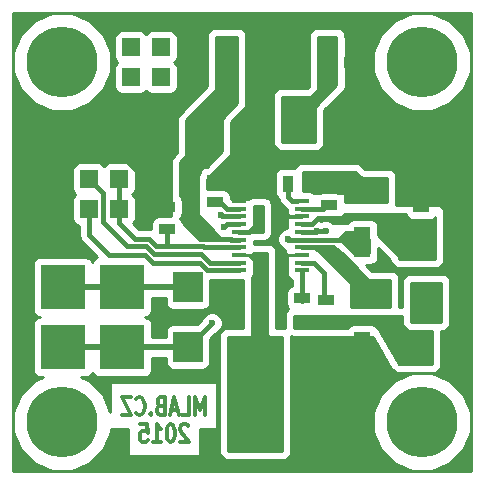
<source format=gbr>
G04 #@! TF.FileFunction,Copper,L2,Bot,Signal*
%FSLAX46Y46*%
G04 Gerber Fmt 4.6, Leading zero omitted, Abs format (unit mm)*
G04 Created by KiCad (PCBNEW 0.201508241000+6117~28~ubuntu15.04.1-product) date Út 25. srpen 2015, 11:09:19 CEST*
%MOMM*%
G01*
G04 APERTURE LIST*
%ADD10C,0.100000*%
%ADD11C,0.300000*%
%ADD12R,1.397000X0.889000*%
%ADD13R,1.524000X1.524000*%
%ADD14R,0.889000X1.397000*%
%ADD15R,2.499360X2.550160*%
%ADD16R,2.550160X2.700020*%
%ADD17R,1.400000X2.600000*%
%ADD18R,2.600000X1.400000*%
%ADD19R,2.600000X1.600000*%
%ADD20R,1.270000X0.406400*%
%ADD21C,6.000000*%
%ADD22R,3.810000X3.810000*%
%ADD23R,2.550160X2.499360*%
%ADD24C,0.600000*%
%ADD25C,0.250000*%
%ADD26C,0.400000*%
%ADD27C,0.500000*%
%ADD28C,0.254000*%
G04 APERTURE END LIST*
D10*
D11*
X15773143Y-5417429D02*
X15716000Y-5346000D01*
X15601714Y-5274571D01*
X15316000Y-5274571D01*
X15201714Y-5346000D01*
X15144571Y-5417429D01*
X15087428Y-5560286D01*
X15087428Y-5703143D01*
X15144571Y-5917429D01*
X15830285Y-6774571D01*
X15087428Y-6774571D01*
X14344571Y-5274571D02*
X14230286Y-5274571D01*
X14116000Y-5346000D01*
X14058857Y-5417429D01*
X14001714Y-5560286D01*
X13944571Y-5846000D01*
X13944571Y-6203143D01*
X14001714Y-6488857D01*
X14058857Y-6631714D01*
X14116000Y-6703143D01*
X14230286Y-6774571D01*
X14344571Y-6774571D01*
X14458857Y-6703143D01*
X14516000Y-6631714D01*
X14573143Y-6488857D01*
X14630286Y-6203143D01*
X14630286Y-5846000D01*
X14573143Y-5560286D01*
X14516000Y-5417429D01*
X14458857Y-5346000D01*
X14344571Y-5274571D01*
X12801714Y-6774571D02*
X13487429Y-6774571D01*
X13144571Y-6774571D02*
X13144571Y-5274571D01*
X13258857Y-5488857D01*
X13373143Y-5631714D01*
X13487429Y-5703143D01*
X11716000Y-5274571D02*
X12287429Y-5274571D01*
X12344572Y-5988857D01*
X12287429Y-5917429D01*
X12173143Y-5846000D01*
X11887429Y-5846000D01*
X11773143Y-5917429D01*
X11716000Y-5988857D01*
X11658857Y-6131714D01*
X11658857Y-6488857D01*
X11716000Y-6631714D01*
X11773143Y-6703143D01*
X11887429Y-6774571D01*
X12173143Y-6774571D01*
X12287429Y-6703143D01*
X12344572Y-6631714D01*
X17173143Y-4488571D02*
X17173143Y-2988571D01*
X16773143Y-4060000D01*
X16373143Y-2988571D01*
X16373143Y-4488571D01*
X15230285Y-4488571D02*
X15801714Y-4488571D01*
X15801714Y-2988571D01*
X14887428Y-4060000D02*
X14315999Y-4060000D01*
X15001713Y-4488571D02*
X14601713Y-2988571D01*
X14201713Y-4488571D01*
X13401714Y-3702857D02*
X13230285Y-3774286D01*
X13173142Y-3845714D01*
X13115999Y-3988571D01*
X13115999Y-4202857D01*
X13173142Y-4345714D01*
X13230285Y-4417143D01*
X13344571Y-4488571D01*
X13801714Y-4488571D01*
X13801714Y-2988571D01*
X13401714Y-2988571D01*
X13287428Y-3060000D01*
X13230285Y-3131429D01*
X13173142Y-3274286D01*
X13173142Y-3417143D01*
X13230285Y-3560000D01*
X13287428Y-3631429D01*
X13401714Y-3702857D01*
X13801714Y-3702857D01*
X12601714Y-4345714D02*
X12544571Y-4417143D01*
X12601714Y-4488571D01*
X12658857Y-4417143D01*
X12601714Y-4345714D01*
X12601714Y-4488571D01*
X11344570Y-4345714D02*
X11401713Y-4417143D01*
X11573142Y-4488571D01*
X11687428Y-4488571D01*
X11858856Y-4417143D01*
X11973142Y-4274286D01*
X12030285Y-4131429D01*
X12087428Y-3845714D01*
X12087428Y-3631429D01*
X12030285Y-3345714D01*
X11973142Y-3202857D01*
X11858856Y-3060000D01*
X11687428Y-2988571D01*
X11573142Y-2988571D01*
X11401713Y-3060000D01*
X11344570Y-3131429D01*
X10944570Y-2988571D02*
X10144570Y-2988571D01*
X10944570Y-4488571D01*
X10144570Y-4488571D01*
D12*
X13970000Y11239500D03*
X13970000Y13144500D03*
D13*
X9906000Y12954000D03*
X7366000Y12954000D03*
X4826000Y12954000D03*
D12*
X18034000Y13525500D03*
X18034000Y15430500D03*
X27686000Y13271500D03*
X27686000Y15176500D03*
D14*
X24193500Y15113000D03*
X26098500Y15113000D03*
D12*
X27432000Y5270500D03*
X27432000Y3365500D03*
X25400000Y5397500D03*
X25400000Y3492500D03*
D15*
X15748000Y1285240D03*
X15748000Y6334760D03*
D16*
X11049000Y19050000D03*
X17399000Y19050000D03*
D17*
X35520000Y5075000D03*
D18*
X31120000Y5675000D03*
D17*
X30520000Y1275000D03*
D19*
X34920000Y775000D03*
D17*
X30520000Y10165000D03*
D18*
X34920000Y9565000D03*
D17*
X35520000Y13965000D03*
D19*
X31120000Y14465000D03*
D20*
X20051760Y7782300D03*
X20051760Y8417300D03*
X20051760Y9077700D03*
X20051760Y9738100D03*
X20051760Y10373100D03*
X20051760Y11033500D03*
X20051760Y11693900D03*
X20051760Y12328900D03*
X20051760Y12989300D03*
X20051760Y13624300D03*
X25385760Y13624300D03*
X25385760Y12989300D03*
X25385760Y12328900D03*
X25385760Y11693900D03*
X25385760Y11033500D03*
X25385760Y10373100D03*
X25385760Y9738100D03*
X25385760Y9077700D03*
X25385760Y8417300D03*
X25385760Y7782300D03*
D13*
X9906000Y15494000D03*
X7366000Y15494000D03*
X4826000Y15494000D03*
X10922000Y24130000D03*
X10922000Y26670000D03*
X13462000Y24130000D03*
X13462000Y26670000D03*
X25146000Y24130000D03*
X25146000Y26670000D03*
X27686000Y24130000D03*
X27686000Y26670000D03*
X30226000Y24130000D03*
X30226000Y26670000D03*
X16510000Y24130000D03*
X16510000Y26670000D03*
X19050000Y24130000D03*
X19050000Y26670000D03*
X21590000Y24130000D03*
X21590000Y26670000D03*
D21*
X5080000Y25400000D03*
X5080000Y-5080000D03*
X35560000Y25400000D03*
X35560000Y-5080000D03*
D22*
X5160000Y6350000D03*
X10160000Y6350000D03*
X5160000Y1270000D03*
X10160000Y1270000D03*
X26670000Y-5000000D03*
X26670000Y0D03*
X21590000Y-5000000D03*
X21590000Y0D03*
D23*
X30210760Y20066000D03*
X25161240Y20066000D03*
D24*
X12192000Y12573000D03*
X12192000Y14859000D03*
X10160000Y17399000D03*
X8382000Y19050000D03*
X23241000Y12319000D03*
X22987000Y16129000D03*
X24257000Y17145000D03*
X27940000Y17653000D03*
X29337000Y-7747000D03*
X30734000Y-381000D03*
X38481000Y-1143000D03*
X38735000Y1270000D03*
X38862000Y7747000D03*
X38735000Y11938000D03*
X38227000Y17653000D03*
X36576000Y19939000D03*
X32766000Y19939000D03*
X32893000Y18542000D03*
X34671000Y16891000D03*
X17780000Y3302000D03*
X24217010Y10414000D03*
X36830000Y3810000D03*
X36830000Y4572000D03*
X36830000Y5334000D03*
X36830000Y6096000D03*
X27432000Y11073110D03*
X26670000Y11073110D03*
X21717000Y12192038D03*
X21717000Y12954000D03*
X18796000Y11430000D03*
X18542000Y12446000D03*
D25*
X25385760Y9077700D02*
X23815300Y9077700D01*
X23815300Y9077700D02*
X23114000Y9779000D01*
X23114000Y9779000D02*
X23114000Y11220000D01*
X23114000Y11220000D02*
X24222900Y12328900D01*
X24222900Y12328900D02*
X25385760Y12328900D01*
X12192000Y12573000D02*
X13398500Y12573000D01*
X13398500Y12573000D02*
X13970000Y13144500D01*
X10160000Y17399000D02*
X12192000Y15367000D01*
X12192000Y15367000D02*
X12192000Y14859000D01*
X11049000Y19050000D02*
X8382000Y19050000D01*
X23241000Y12319000D02*
X25375860Y12319000D01*
X25375860Y12319000D02*
X25385760Y12328900D01*
X24257000Y17145000D02*
X24003000Y17145000D01*
X24003000Y17145000D02*
X22987000Y16129000D01*
X30210760Y20066000D02*
X30210760Y19923760D01*
X30210760Y19923760D02*
X27940000Y17653000D01*
X30734000Y-381000D02*
X30734000Y-6350000D01*
X30734000Y-6350000D02*
X29337000Y-7747000D01*
X38735000Y1270000D02*
X38735000Y-889000D01*
X38735000Y-889000D02*
X38481000Y-1143000D01*
X38735000Y11938000D02*
X38735000Y7874000D01*
X38735000Y7874000D02*
X38862000Y7747000D01*
X36576000Y19939000D02*
X36576000Y19304000D01*
X36576000Y19304000D02*
X38227000Y17653000D01*
X32893000Y18542000D02*
X32893000Y19812000D01*
X32893000Y19812000D02*
X32766000Y19939000D01*
X35520000Y13965000D02*
X35520000Y16042000D01*
X35520000Y16042000D02*
X34671000Y16891000D01*
X26707000Y948000D02*
X30282000Y948000D01*
X30282000Y948000D02*
X30352000Y878000D01*
X26707000Y948000D02*
X25212000Y948000D01*
X30252000Y978000D02*
X30352000Y878000D01*
X35392000Y13668000D02*
X35392000Y13893340D01*
X20051760Y13624300D02*
X20062420Y15388000D01*
D26*
X25385760Y7782300D02*
X25385760Y5221240D01*
X25385760Y5221240D02*
X25400000Y5207000D01*
D25*
X25320000Y7716540D02*
X25385760Y7782300D01*
X34752000Y378000D02*
X34752000Y405560D01*
D26*
X25385760Y8417300D02*
X26420760Y8417300D01*
X26420760Y8417300D02*
X27305000Y7533060D01*
X27305000Y7533060D02*
X27305000Y5924500D01*
X27305000Y5924500D02*
X27305000Y5207000D01*
D25*
X27092000Y4968000D02*
X26844000Y4968000D01*
X26844000Y4968000D02*
X27622000Y4968000D01*
D26*
X24953960Y13624300D02*
X24583700Y13624300D01*
X24583700Y13624300D02*
X24193500Y14014500D01*
X24193500Y14014500D02*
X24193500Y15113000D01*
D25*
X30180000Y14980000D02*
X30992000Y14168000D01*
X30991700Y14168300D02*
X30992000Y14168000D01*
X27534380Y14987620D02*
X27542000Y14980000D01*
D26*
X25385760Y12989300D02*
X27213300Y12989300D01*
X27213300Y12989300D02*
X27686000Y13462000D01*
D25*
X27542000Y13456000D02*
X27366740Y13456000D01*
D26*
X20051760Y12989300D02*
X19016760Y12989300D01*
X19016760Y12989300D02*
X18480560Y13525500D01*
X18480560Y13525500D02*
X18034000Y13525500D01*
X28631235Y9144000D02*
X28751000Y9144000D01*
X28751000Y9144000D02*
X31120000Y6775000D01*
X31120000Y6775000D02*
X31120000Y5675000D01*
X25385760Y9738100D02*
X28037135Y9738100D01*
X28037135Y9738100D02*
X28631235Y9144000D01*
X34920000Y9565000D02*
X34920000Y10665000D01*
X28110264Y12192000D02*
X27686000Y12192000D01*
X34920000Y10665000D02*
X33393000Y12192000D01*
X33393000Y12192000D02*
X28110264Y12192000D01*
X27686000Y12192000D02*
X26924000Y12192000D01*
X25385760Y11693900D02*
X26254788Y11693900D01*
X26254788Y11693900D02*
X26752888Y12192000D01*
X26752888Y12192000D02*
X26924000Y12192000D01*
X34920000Y9565000D02*
X34920000Y10028000D01*
X34920000Y9565000D02*
X34920000Y10038000D01*
D25*
X34792000Y9268000D02*
X34792000Y9494620D01*
D26*
X9906000Y12954000D02*
X9906000Y15494000D01*
X17053566Y9823499D02*
X14000480Y9823499D01*
X14000480Y9823499D02*
X13066781Y9823499D01*
X13970000Y11239500D02*
X13970000Y9853979D01*
X13970000Y9853979D02*
X14000480Y9823499D01*
X9906000Y12954000D02*
X9906000Y11792000D01*
X9906000Y11792000D02*
X11274491Y10423509D01*
X11274491Y10423509D02*
X12466771Y10423509D01*
X12466771Y10423509D02*
X13066781Y9823499D01*
X20051760Y9738100D02*
X17138965Y9738100D01*
X17138965Y9738100D02*
X17053566Y9823499D01*
X15748000Y1285240D02*
X15763240Y1285240D01*
X15763240Y1285240D02*
X17780000Y3302000D01*
X25385760Y10373100D02*
X24257910Y10373100D01*
X24257910Y10373100D02*
X24217010Y10414000D01*
X30311900Y10373100D02*
X30520000Y10165000D01*
X25385760Y10373100D02*
X30311900Y10373100D01*
D27*
X10160000Y1270000D02*
X15732760Y1270000D01*
X15732760Y1270000D02*
X15748000Y1285240D01*
X5160000Y1270000D02*
X10160000Y1270000D01*
D25*
X30392000Y9868000D02*
X31022000Y9868000D01*
D26*
X26670000Y11073110D02*
X27432000Y11073110D01*
D27*
X10160000Y6350000D02*
X15732760Y6350000D01*
X15732760Y6350000D02*
X15748000Y6334760D01*
X5160000Y6350000D02*
X10160000Y6350000D01*
D26*
X36830000Y5334000D02*
X36830000Y4572000D01*
X35520000Y5075000D02*
X35809000Y5075000D01*
X35809000Y5075000D02*
X36830000Y6096000D01*
X25385760Y11033500D02*
X26630390Y11033500D01*
X26630390Y11033500D02*
X26670000Y11073110D01*
D25*
X35352000Y4678000D02*
X35352000Y5478000D01*
X10248900Y6438900D02*
X10160000Y6350000D01*
D26*
X16754491Y10423509D02*
X15748000Y11430000D01*
X20051760Y10373100D02*
X19408140Y10373100D01*
X19408140Y10373100D02*
X19357731Y10423509D01*
X19357731Y10423509D02*
X16754491Y10423509D01*
D25*
X22842000Y948000D02*
X22822000Y968000D01*
X20357000Y948000D02*
X22842000Y948000D01*
X21590000Y2155000D02*
X21590000Y0D01*
X21590000Y8424460D02*
X21590000Y2155000D01*
X20936760Y9077700D02*
X21590000Y8424460D01*
X20051760Y9077700D02*
X20936760Y9077700D01*
D26*
X21590000Y12065038D02*
X21717000Y12192038D01*
X21717000Y12529736D02*
X21717000Y12954000D01*
X20939500Y11033500D02*
X21717000Y11811000D01*
X21717000Y11811000D02*
X21717000Y12529736D01*
X25289560Y21844000D02*
X26562000Y21844000D01*
X26562000Y21844000D02*
X27686000Y22968000D01*
X27686000Y22968000D02*
X27686000Y24130000D01*
X25161240Y20066000D02*
X25161240Y21715680D01*
X25161240Y21715680D02*
X25289560Y21844000D01*
X20051760Y11033500D02*
X20939500Y11033500D01*
X7366000Y11938000D02*
X7366000Y12954000D01*
X20051760Y7782300D02*
X17397681Y7782300D01*
X7366000Y10776000D02*
X7366000Y11938000D01*
X9080501Y9061499D02*
X7366000Y10776000D01*
X12131697Y9061499D02*
X9080501Y9061499D01*
X12811196Y8382000D02*
X12131697Y9061499D01*
X16797981Y8382000D02*
X12811196Y8382000D01*
X17397681Y7782300D02*
X16797981Y8382000D01*
D25*
X20044140Y7789920D02*
X20051760Y7782300D01*
D26*
X16884523Y9144000D02*
X12897738Y9144000D01*
X12897738Y9144000D02*
X12218239Y9823499D01*
X12218239Y9823499D02*
X10576501Y9823499D01*
X17611223Y8417300D02*
X16884523Y9144000D01*
X20051760Y8417300D02*
X17611223Y8417300D01*
X10576501Y9823499D02*
X8528001Y11871999D01*
X8528001Y11871999D02*
X8528001Y14331999D01*
X8528001Y14331999D02*
X7366000Y15494000D01*
X20051760Y11693900D02*
X19059900Y11693900D01*
X19059900Y11693900D02*
X18796000Y11430000D01*
X20051760Y12328900D02*
X18659100Y12328900D01*
X18659100Y12328900D02*
X18542000Y12446000D01*
D28*
G36*
X39701000Y-9221000D02*
X939000Y-9221000D01*
X939000Y-5897310D01*
X952285Y-5897310D01*
X1579259Y-7414704D01*
X2739190Y-8576660D01*
X4255487Y-9206282D01*
X5897310Y-9207715D01*
X7414704Y-8580741D01*
X8576660Y-7420810D01*
X9206282Y-5904513D01*
X9206509Y-5645000D01*
X10645286Y-5645000D01*
X10645286Y-7931000D01*
X16786714Y-7931000D01*
X16786714Y-5645000D01*
X18243858Y-5645000D01*
X18243858Y-1675000D01*
X9188143Y-1675000D01*
X9188143Y-4215322D01*
X8580741Y-2745296D01*
X7420810Y-1583340D01*
X6696163Y-1282440D01*
X7065000Y-1282440D01*
X7300317Y-1238162D01*
X7516441Y-1099090D01*
X7661431Y-886890D01*
X7661687Y-885624D01*
X7790910Y-1086441D01*
X8003110Y-1231431D01*
X8255000Y-1282440D01*
X12065000Y-1282440D01*
X12300317Y-1238162D01*
X12516441Y-1099090D01*
X12661431Y-886890D01*
X12712440Y-635000D01*
X12712440Y385000D01*
X13850880Y385000D01*
X13850880Y10160D01*
X13895158Y-225157D01*
X14034230Y-441281D01*
X14246430Y-586271D01*
X14498320Y-637280D01*
X16997680Y-637280D01*
X17232997Y-593002D01*
X17449121Y-453930D01*
X17594111Y-241730D01*
X17645120Y10160D01*
X17645120Y1986252D01*
X18068333Y2409465D01*
X18308943Y2508883D01*
X18572192Y2771673D01*
X18714838Y3115201D01*
X18715162Y3487167D01*
X18573117Y3830943D01*
X18310327Y4094192D01*
X17966799Y4236838D01*
X17594833Y4237162D01*
X17251057Y4095117D01*
X16987808Y3832327D01*
X16887222Y3590090D01*
X16504892Y3207760D01*
X14498320Y3207760D01*
X14263003Y3163482D01*
X14046879Y3024410D01*
X13901889Y2812210D01*
X13850880Y2560320D01*
X13850880Y2155000D01*
X12712440Y2155000D01*
X12712440Y3175000D01*
X12668162Y3410317D01*
X12529090Y3626441D01*
X12316890Y3771431D01*
X12128686Y3809543D01*
X12300317Y3841838D01*
X12516441Y3980910D01*
X12661431Y4193110D01*
X12712440Y4445000D01*
X12712440Y5465000D01*
X13850880Y5465000D01*
X13850880Y5059680D01*
X13895158Y4824363D01*
X14034230Y4608239D01*
X14246430Y4463249D01*
X14498320Y4412240D01*
X16997680Y4412240D01*
X17232997Y4456518D01*
X17449121Y4595590D01*
X17594111Y4807790D01*
X17645120Y5059680D01*
X17645120Y6947300D01*
X19339527Y6947300D01*
X19416760Y6931660D01*
X20447000Y6931660D01*
X20447000Y2921000D01*
X19050000Y2921000D01*
X18819205Y2877573D01*
X18607233Y2741173D01*
X18465029Y2533051D01*
X18415000Y2286000D01*
X18415000Y-7620000D01*
X18458427Y-7850795D01*
X18594827Y-8062767D01*
X18802949Y-8204971D01*
X19050000Y-8255000D01*
X23876000Y-8255000D01*
X24106795Y-8211573D01*
X24318767Y-8075173D01*
X24460971Y-7867051D01*
X24511000Y-7620000D01*
X24511000Y-5897310D01*
X31432285Y-5897310D01*
X32059259Y-7414704D01*
X33219190Y-8576660D01*
X34735487Y-9206282D01*
X36377310Y-9207715D01*
X37894704Y-8580741D01*
X39056660Y-7420810D01*
X39686282Y-5904513D01*
X39687715Y-4262690D01*
X39060741Y-2745296D01*
X37900810Y-1583340D01*
X36384513Y-953718D01*
X34742690Y-952285D01*
X33225296Y-1579259D01*
X32063340Y-2739190D01*
X31433718Y-4255487D01*
X31432285Y-5897310D01*
X24511000Y-5897310D01*
X24511000Y2184718D01*
X24638000Y2159000D01*
X31385274Y2159000D01*
X32979500Y-573958D01*
X33072827Y-696767D01*
X33280949Y-838971D01*
X33528000Y-889000D01*
X36576000Y-889000D01*
X36806795Y-845573D01*
X37018767Y-709173D01*
X37160971Y-501051D01*
X37211000Y-254000D01*
X37211000Y2667000D01*
X37338000Y2667000D01*
X37568795Y2710427D01*
X37780767Y2846827D01*
X37922971Y3054949D01*
X37973000Y3302000D01*
X37973000Y6858000D01*
X37929573Y7088795D01*
X37793173Y7300767D01*
X37585051Y7442971D01*
X37338000Y7493000D01*
X34544000Y7493000D01*
X34313205Y7449573D01*
X34101233Y7313173D01*
X33959029Y7105051D01*
X33909000Y6858000D01*
X33909000Y4699000D01*
X33655000Y4699000D01*
X33655000Y7112000D01*
X33611573Y7342795D01*
X33475173Y7554767D01*
X33267051Y7696971D01*
X33020000Y7747000D01*
X31328868Y7747000D01*
X30858308Y8217560D01*
X31220000Y8217560D01*
X31455317Y8261838D01*
X31671441Y8400910D01*
X31816431Y8613110D01*
X31867440Y8865000D01*
X31867440Y9096791D01*
X31877000Y9144000D01*
X31877000Y9642974D01*
X32895092Y8624882D01*
X32936427Y8405205D01*
X33072827Y8193233D01*
X33280949Y8051029D01*
X33528000Y8001000D01*
X36830000Y8001000D01*
X37060795Y8044427D01*
X37272767Y8180827D01*
X37414971Y8388949D01*
X37465000Y8636000D01*
X37465000Y12700000D01*
X37421573Y12930795D01*
X37285173Y13142767D01*
X37077051Y13284971D01*
X36830000Y13335000D01*
X33375282Y13335000D01*
X33401000Y13462000D01*
X33401000Y15748000D01*
X33357573Y15978795D01*
X33221173Y16190767D01*
X33013051Y16332971D01*
X32766000Y16383000D01*
X30743026Y16383000D01*
X30421013Y16705013D01*
X30219051Y16840971D01*
X29972000Y16891000D01*
X25400000Y16891000D01*
X25169205Y16847573D01*
X24957233Y16711173D01*
X24815029Y16503051D01*
X24799475Y16426241D01*
X24638000Y16458940D01*
X23749000Y16458940D01*
X23513683Y16414662D01*
X23297559Y16275590D01*
X23152569Y16063390D01*
X23101560Y15811500D01*
X23101560Y14414500D01*
X23145838Y14179183D01*
X23284910Y13963059D01*
X23381917Y13896777D01*
X23422061Y13694959D01*
X23577719Y13462000D01*
X23603066Y13424066D01*
X23993266Y13033866D01*
X24103320Y12960330D01*
X24103320Y12786100D01*
X24147598Y12550783D01*
X24284013Y12338789D01*
X24154329Y12148990D01*
X24103320Y11897100D01*
X24103320Y11490700D01*
X24128094Y11359038D01*
X24126078Y11349080D01*
X24031843Y11349162D01*
X23688067Y11207117D01*
X23424818Y10944327D01*
X23282172Y10600799D01*
X23281848Y10228833D01*
X23423893Y9885057D01*
X23686683Y9621808D01*
X24003000Y9490461D01*
X24003000Y9398000D01*
X24046427Y9167205D01*
X24182827Y8955233D01*
X24201988Y8942141D01*
X24154329Y8872390D01*
X24103320Y8620500D01*
X24103320Y8214100D01*
X24125617Y8095604D01*
X24103320Y7985500D01*
X24103320Y7579100D01*
X24147598Y7343783D01*
X24286670Y7127659D01*
X24498870Y6982669D01*
X24550760Y6972161D01*
X24550760Y6461076D01*
X24466183Y6445162D01*
X24250059Y6306090D01*
X24105069Y6093890D01*
X24054060Y5842000D01*
X24054060Y4953000D01*
X24098338Y4717683D01*
X24217044Y4533208D01*
X24195233Y4519173D01*
X24053029Y4311051D01*
X24003000Y4064000D01*
X24003000Y2895282D01*
X23876000Y2921000D01*
X23241000Y2921000D01*
X23241000Y9398000D01*
X23197573Y9628795D01*
X23061173Y9840767D01*
X22853051Y9982971D01*
X22606000Y10033000D01*
X21316945Y10033000D01*
X21311903Y10059796D01*
X21334200Y10169900D01*
X21334200Y10287000D01*
X22225000Y10287000D01*
X22455795Y10330427D01*
X22667767Y10466827D01*
X22809971Y10674949D01*
X22860000Y10922000D01*
X22860000Y13335000D01*
X22816573Y13565795D01*
X22680173Y13777767D01*
X22472051Y13919971D01*
X22225000Y13970000D01*
X21209000Y13970000D01*
X20978205Y13926573D01*
X20806037Y13815786D01*
X20686760Y13839940D01*
X19416760Y13839940D01*
X19379940Y13833012D01*
X19379940Y13970000D01*
X19335662Y14205317D01*
X19196590Y14421441D01*
X18984390Y14566431D01*
X18732500Y14617440D01*
X17399000Y14617440D01*
X17399000Y15484974D01*
X19245013Y17330987D01*
X19380971Y17532949D01*
X19431000Y17780000D01*
X19431000Y20310974D01*
X20515013Y21394987D01*
X20650971Y21596949D01*
X20701000Y21844000D01*
X20701000Y22606000D01*
X22987000Y22606000D01*
X22987000Y18542000D01*
X23030427Y18311205D01*
X23166827Y18099233D01*
X23374949Y17957029D01*
X23622000Y17907000D01*
X26670000Y17907000D01*
X26900795Y17950427D01*
X27112767Y18086827D01*
X27254971Y18294949D01*
X27305000Y18542000D01*
X27305000Y21326974D01*
X28850341Y22872315D01*
X28899441Y22903910D01*
X29044431Y23116110D01*
X29095440Y23368000D01*
X29095440Y24582690D01*
X31432285Y24582690D01*
X32059259Y23065296D01*
X33219190Y21903340D01*
X34735487Y21273718D01*
X36377310Y21272285D01*
X37894704Y21899259D01*
X39056660Y23059190D01*
X39686282Y24575487D01*
X39687715Y26217310D01*
X39060741Y27734704D01*
X37900810Y28896660D01*
X36384513Y29526282D01*
X34742690Y29527715D01*
X33225296Y28900741D01*
X32063340Y27740810D01*
X31433718Y26224513D01*
X31432285Y24582690D01*
X29095440Y24582690D01*
X29095440Y24892000D01*
X29083000Y24958113D01*
X29083000Y25846569D01*
X29095440Y25908000D01*
X29095440Y27432000D01*
X29083000Y27498113D01*
X29083000Y27686000D01*
X29039573Y27916795D01*
X28903173Y28128767D01*
X28695051Y28270971D01*
X28448000Y28321000D01*
X26670000Y28321000D01*
X26439205Y28277573D01*
X26227233Y28141173D01*
X26085029Y27933051D01*
X26035000Y27686000D01*
X26035000Y23377026D01*
X25898974Y23241000D01*
X23622000Y23241000D01*
X23391205Y23197573D01*
X23179233Y23061173D01*
X23037029Y22853051D01*
X22987000Y22606000D01*
X20701000Y22606000D01*
X20701000Y27686000D01*
X20657573Y27916795D01*
X20521173Y28128767D01*
X20313051Y28270971D01*
X20066000Y28321000D01*
X18034000Y28321000D01*
X17803205Y28277573D01*
X17591233Y28141173D01*
X17449029Y27933051D01*
X17399000Y27686000D01*
X17399000Y23377026D01*
X15044987Y21023013D01*
X14909029Y20821051D01*
X14859000Y20574000D01*
X14859000Y17789026D01*
X14536987Y17467013D01*
X14401029Y17265051D01*
X14351000Y17018000D01*
X14351000Y12331440D01*
X13271500Y12331440D01*
X13036183Y12287162D01*
X12820059Y12148090D01*
X12675069Y11935890D01*
X12624060Y11684000D01*
X12624060Y11227222D01*
X12466771Y11258509D01*
X11620359Y11258509D01*
X11132234Y11746634D01*
X11264431Y11940110D01*
X11315440Y12192000D01*
X11315440Y13716000D01*
X11271162Y13951317D01*
X11132090Y14167441D01*
X11050230Y14223374D01*
X11119441Y14267910D01*
X11264431Y14480110D01*
X11315440Y14732000D01*
X11315440Y16256000D01*
X11271162Y16491317D01*
X11132090Y16707441D01*
X10919890Y16852431D01*
X10668000Y16903440D01*
X9144000Y16903440D01*
X8908683Y16859162D01*
X8692559Y16720090D01*
X8636626Y16638230D01*
X8592090Y16707441D01*
X8379890Y16852431D01*
X8128000Y16903440D01*
X6604000Y16903440D01*
X6368683Y16859162D01*
X6152559Y16720090D01*
X6007569Y16507890D01*
X5956560Y16256000D01*
X5956560Y14732000D01*
X6000838Y14496683D01*
X6139910Y14280559D01*
X6221770Y14224626D01*
X6152559Y14180090D01*
X6007569Y13967890D01*
X5956560Y13716000D01*
X5956560Y12192000D01*
X6000838Y11956683D01*
X6139910Y11740559D01*
X6352110Y11595569D01*
X6531000Y11559343D01*
X6531000Y10776000D01*
X6594561Y10456459D01*
X6766878Y10198569D01*
X6775566Y10185566D01*
X8089780Y8871352D01*
X8019683Y8858162D01*
X7803559Y8719090D01*
X7658569Y8506890D01*
X7658313Y8505624D01*
X7529090Y8706441D01*
X7316890Y8851431D01*
X7065000Y8902440D01*
X3255000Y8902440D01*
X3019683Y8858162D01*
X2803559Y8719090D01*
X2658569Y8506890D01*
X2607560Y8255000D01*
X2607560Y4445000D01*
X2651838Y4209683D01*
X2790910Y3993559D01*
X3003110Y3848569D01*
X3191314Y3810457D01*
X3019683Y3778162D01*
X2803559Y3639090D01*
X2658569Y3426890D01*
X2607560Y3175000D01*
X2607560Y-635000D01*
X2651838Y-870317D01*
X2790910Y-1086441D01*
X3003110Y-1231431D01*
X3255000Y-1282440D01*
X3463653Y-1282440D01*
X2745296Y-1579259D01*
X1583340Y-2739190D01*
X953718Y-4255487D01*
X952285Y-5897310D01*
X939000Y-5897310D01*
X939000Y24582690D01*
X952285Y24582690D01*
X1579259Y23065296D01*
X2739190Y21903340D01*
X4255487Y21273718D01*
X5897310Y21272285D01*
X7414704Y21899259D01*
X8576660Y23059190D01*
X9206282Y24575487D01*
X9207715Y26217310D01*
X8705816Y27432000D01*
X9512560Y27432000D01*
X9512560Y25908000D01*
X9556838Y25672683D01*
X9695910Y25456559D01*
X9777770Y25400626D01*
X9708559Y25356090D01*
X9563569Y25143890D01*
X9512560Y24892000D01*
X9512560Y23368000D01*
X9556838Y23132683D01*
X9695910Y22916559D01*
X9908110Y22771569D01*
X10160000Y22720560D01*
X11684000Y22720560D01*
X11919317Y22764838D01*
X12135441Y22903910D01*
X12191374Y22985770D01*
X12235910Y22916559D01*
X12448110Y22771569D01*
X12700000Y22720560D01*
X14224000Y22720560D01*
X14459317Y22764838D01*
X14675441Y22903910D01*
X14820431Y23116110D01*
X14871440Y23368000D01*
X14871440Y24892000D01*
X14827162Y25127317D01*
X14688090Y25343441D01*
X14606230Y25399374D01*
X14675441Y25443910D01*
X14820431Y25656110D01*
X14871440Y25908000D01*
X14871440Y27432000D01*
X14827162Y27667317D01*
X14688090Y27883441D01*
X14475890Y28028431D01*
X14224000Y28079440D01*
X12700000Y28079440D01*
X12464683Y28035162D01*
X12248559Y27896090D01*
X12192626Y27814230D01*
X12148090Y27883441D01*
X11935890Y28028431D01*
X11684000Y28079440D01*
X10160000Y28079440D01*
X9924683Y28035162D01*
X9708559Y27896090D01*
X9563569Y27683890D01*
X9512560Y27432000D01*
X8705816Y27432000D01*
X8580741Y27734704D01*
X7420810Y28896660D01*
X5904513Y29526282D01*
X4262690Y29527715D01*
X2745296Y28900741D01*
X1583340Y27740810D01*
X953718Y26224513D01*
X952285Y24582690D01*
X939000Y24582690D01*
X939000Y29541000D01*
X39701000Y29541000D01*
X39701000Y-9221000D01*
X39701000Y-9221000D01*
G37*
X39701000Y-9221000D02*
X939000Y-9221000D01*
X939000Y-5897310D01*
X952285Y-5897310D01*
X1579259Y-7414704D01*
X2739190Y-8576660D01*
X4255487Y-9206282D01*
X5897310Y-9207715D01*
X7414704Y-8580741D01*
X8576660Y-7420810D01*
X9206282Y-5904513D01*
X9206509Y-5645000D01*
X10645286Y-5645000D01*
X10645286Y-7931000D01*
X16786714Y-7931000D01*
X16786714Y-5645000D01*
X18243858Y-5645000D01*
X18243858Y-1675000D01*
X9188143Y-1675000D01*
X9188143Y-4215322D01*
X8580741Y-2745296D01*
X7420810Y-1583340D01*
X6696163Y-1282440D01*
X7065000Y-1282440D01*
X7300317Y-1238162D01*
X7516441Y-1099090D01*
X7661431Y-886890D01*
X7661687Y-885624D01*
X7790910Y-1086441D01*
X8003110Y-1231431D01*
X8255000Y-1282440D01*
X12065000Y-1282440D01*
X12300317Y-1238162D01*
X12516441Y-1099090D01*
X12661431Y-886890D01*
X12712440Y-635000D01*
X12712440Y385000D01*
X13850880Y385000D01*
X13850880Y10160D01*
X13895158Y-225157D01*
X14034230Y-441281D01*
X14246430Y-586271D01*
X14498320Y-637280D01*
X16997680Y-637280D01*
X17232997Y-593002D01*
X17449121Y-453930D01*
X17594111Y-241730D01*
X17645120Y10160D01*
X17645120Y1986252D01*
X18068333Y2409465D01*
X18308943Y2508883D01*
X18572192Y2771673D01*
X18714838Y3115201D01*
X18715162Y3487167D01*
X18573117Y3830943D01*
X18310327Y4094192D01*
X17966799Y4236838D01*
X17594833Y4237162D01*
X17251057Y4095117D01*
X16987808Y3832327D01*
X16887222Y3590090D01*
X16504892Y3207760D01*
X14498320Y3207760D01*
X14263003Y3163482D01*
X14046879Y3024410D01*
X13901889Y2812210D01*
X13850880Y2560320D01*
X13850880Y2155000D01*
X12712440Y2155000D01*
X12712440Y3175000D01*
X12668162Y3410317D01*
X12529090Y3626441D01*
X12316890Y3771431D01*
X12128686Y3809543D01*
X12300317Y3841838D01*
X12516441Y3980910D01*
X12661431Y4193110D01*
X12712440Y4445000D01*
X12712440Y5465000D01*
X13850880Y5465000D01*
X13850880Y5059680D01*
X13895158Y4824363D01*
X14034230Y4608239D01*
X14246430Y4463249D01*
X14498320Y4412240D01*
X16997680Y4412240D01*
X17232997Y4456518D01*
X17449121Y4595590D01*
X17594111Y4807790D01*
X17645120Y5059680D01*
X17645120Y6947300D01*
X19339527Y6947300D01*
X19416760Y6931660D01*
X20447000Y6931660D01*
X20447000Y2921000D01*
X19050000Y2921000D01*
X18819205Y2877573D01*
X18607233Y2741173D01*
X18465029Y2533051D01*
X18415000Y2286000D01*
X18415000Y-7620000D01*
X18458427Y-7850795D01*
X18594827Y-8062767D01*
X18802949Y-8204971D01*
X19050000Y-8255000D01*
X23876000Y-8255000D01*
X24106795Y-8211573D01*
X24318767Y-8075173D01*
X24460971Y-7867051D01*
X24511000Y-7620000D01*
X24511000Y-5897310D01*
X31432285Y-5897310D01*
X32059259Y-7414704D01*
X33219190Y-8576660D01*
X34735487Y-9206282D01*
X36377310Y-9207715D01*
X37894704Y-8580741D01*
X39056660Y-7420810D01*
X39686282Y-5904513D01*
X39687715Y-4262690D01*
X39060741Y-2745296D01*
X37900810Y-1583340D01*
X36384513Y-953718D01*
X34742690Y-952285D01*
X33225296Y-1579259D01*
X32063340Y-2739190D01*
X31433718Y-4255487D01*
X31432285Y-5897310D01*
X24511000Y-5897310D01*
X24511000Y2184718D01*
X24638000Y2159000D01*
X31385274Y2159000D01*
X32979500Y-573958D01*
X33072827Y-696767D01*
X33280949Y-838971D01*
X33528000Y-889000D01*
X36576000Y-889000D01*
X36806795Y-845573D01*
X37018767Y-709173D01*
X37160971Y-501051D01*
X37211000Y-254000D01*
X37211000Y2667000D01*
X37338000Y2667000D01*
X37568795Y2710427D01*
X37780767Y2846827D01*
X37922971Y3054949D01*
X37973000Y3302000D01*
X37973000Y6858000D01*
X37929573Y7088795D01*
X37793173Y7300767D01*
X37585051Y7442971D01*
X37338000Y7493000D01*
X34544000Y7493000D01*
X34313205Y7449573D01*
X34101233Y7313173D01*
X33959029Y7105051D01*
X33909000Y6858000D01*
X33909000Y4699000D01*
X33655000Y4699000D01*
X33655000Y7112000D01*
X33611573Y7342795D01*
X33475173Y7554767D01*
X33267051Y7696971D01*
X33020000Y7747000D01*
X31328868Y7747000D01*
X30858308Y8217560D01*
X31220000Y8217560D01*
X31455317Y8261838D01*
X31671441Y8400910D01*
X31816431Y8613110D01*
X31867440Y8865000D01*
X31867440Y9096791D01*
X31877000Y9144000D01*
X31877000Y9642974D01*
X32895092Y8624882D01*
X32936427Y8405205D01*
X33072827Y8193233D01*
X33280949Y8051029D01*
X33528000Y8001000D01*
X36830000Y8001000D01*
X37060795Y8044427D01*
X37272767Y8180827D01*
X37414971Y8388949D01*
X37465000Y8636000D01*
X37465000Y12700000D01*
X37421573Y12930795D01*
X37285173Y13142767D01*
X37077051Y13284971D01*
X36830000Y13335000D01*
X33375282Y13335000D01*
X33401000Y13462000D01*
X33401000Y15748000D01*
X33357573Y15978795D01*
X33221173Y16190767D01*
X33013051Y16332971D01*
X32766000Y16383000D01*
X30743026Y16383000D01*
X30421013Y16705013D01*
X30219051Y16840971D01*
X29972000Y16891000D01*
X25400000Y16891000D01*
X25169205Y16847573D01*
X24957233Y16711173D01*
X24815029Y16503051D01*
X24799475Y16426241D01*
X24638000Y16458940D01*
X23749000Y16458940D01*
X23513683Y16414662D01*
X23297559Y16275590D01*
X23152569Y16063390D01*
X23101560Y15811500D01*
X23101560Y14414500D01*
X23145838Y14179183D01*
X23284910Y13963059D01*
X23381917Y13896777D01*
X23422061Y13694959D01*
X23577719Y13462000D01*
X23603066Y13424066D01*
X23993266Y13033866D01*
X24103320Y12960330D01*
X24103320Y12786100D01*
X24147598Y12550783D01*
X24284013Y12338789D01*
X24154329Y12148990D01*
X24103320Y11897100D01*
X24103320Y11490700D01*
X24128094Y11359038D01*
X24126078Y11349080D01*
X24031843Y11349162D01*
X23688067Y11207117D01*
X23424818Y10944327D01*
X23282172Y10600799D01*
X23281848Y10228833D01*
X23423893Y9885057D01*
X23686683Y9621808D01*
X24003000Y9490461D01*
X24003000Y9398000D01*
X24046427Y9167205D01*
X24182827Y8955233D01*
X24201988Y8942141D01*
X24154329Y8872390D01*
X24103320Y8620500D01*
X24103320Y8214100D01*
X24125617Y8095604D01*
X24103320Y7985500D01*
X24103320Y7579100D01*
X24147598Y7343783D01*
X24286670Y7127659D01*
X24498870Y6982669D01*
X24550760Y6972161D01*
X24550760Y6461076D01*
X24466183Y6445162D01*
X24250059Y6306090D01*
X24105069Y6093890D01*
X24054060Y5842000D01*
X24054060Y4953000D01*
X24098338Y4717683D01*
X24217044Y4533208D01*
X24195233Y4519173D01*
X24053029Y4311051D01*
X24003000Y4064000D01*
X24003000Y2895282D01*
X23876000Y2921000D01*
X23241000Y2921000D01*
X23241000Y9398000D01*
X23197573Y9628795D01*
X23061173Y9840767D01*
X22853051Y9982971D01*
X22606000Y10033000D01*
X21316945Y10033000D01*
X21311903Y10059796D01*
X21334200Y10169900D01*
X21334200Y10287000D01*
X22225000Y10287000D01*
X22455795Y10330427D01*
X22667767Y10466827D01*
X22809971Y10674949D01*
X22860000Y10922000D01*
X22860000Y13335000D01*
X22816573Y13565795D01*
X22680173Y13777767D01*
X22472051Y13919971D01*
X22225000Y13970000D01*
X21209000Y13970000D01*
X20978205Y13926573D01*
X20806037Y13815786D01*
X20686760Y13839940D01*
X19416760Y13839940D01*
X19379940Y13833012D01*
X19379940Y13970000D01*
X19335662Y14205317D01*
X19196590Y14421441D01*
X18984390Y14566431D01*
X18732500Y14617440D01*
X17399000Y14617440D01*
X17399000Y15484974D01*
X19245013Y17330987D01*
X19380971Y17532949D01*
X19431000Y17780000D01*
X19431000Y20310974D01*
X20515013Y21394987D01*
X20650971Y21596949D01*
X20701000Y21844000D01*
X20701000Y22606000D01*
X22987000Y22606000D01*
X22987000Y18542000D01*
X23030427Y18311205D01*
X23166827Y18099233D01*
X23374949Y17957029D01*
X23622000Y17907000D01*
X26670000Y17907000D01*
X26900795Y17950427D01*
X27112767Y18086827D01*
X27254971Y18294949D01*
X27305000Y18542000D01*
X27305000Y21326974D01*
X28850341Y22872315D01*
X28899441Y22903910D01*
X29044431Y23116110D01*
X29095440Y23368000D01*
X29095440Y24582690D01*
X31432285Y24582690D01*
X32059259Y23065296D01*
X33219190Y21903340D01*
X34735487Y21273718D01*
X36377310Y21272285D01*
X37894704Y21899259D01*
X39056660Y23059190D01*
X39686282Y24575487D01*
X39687715Y26217310D01*
X39060741Y27734704D01*
X37900810Y28896660D01*
X36384513Y29526282D01*
X34742690Y29527715D01*
X33225296Y28900741D01*
X32063340Y27740810D01*
X31433718Y26224513D01*
X31432285Y24582690D01*
X29095440Y24582690D01*
X29095440Y24892000D01*
X29083000Y24958113D01*
X29083000Y25846569D01*
X29095440Y25908000D01*
X29095440Y27432000D01*
X29083000Y27498113D01*
X29083000Y27686000D01*
X29039573Y27916795D01*
X28903173Y28128767D01*
X28695051Y28270971D01*
X28448000Y28321000D01*
X26670000Y28321000D01*
X26439205Y28277573D01*
X26227233Y28141173D01*
X26085029Y27933051D01*
X26035000Y27686000D01*
X26035000Y23377026D01*
X25898974Y23241000D01*
X23622000Y23241000D01*
X23391205Y23197573D01*
X23179233Y23061173D01*
X23037029Y22853051D01*
X22987000Y22606000D01*
X20701000Y22606000D01*
X20701000Y27686000D01*
X20657573Y27916795D01*
X20521173Y28128767D01*
X20313051Y28270971D01*
X20066000Y28321000D01*
X18034000Y28321000D01*
X17803205Y28277573D01*
X17591233Y28141173D01*
X17449029Y27933051D01*
X17399000Y27686000D01*
X17399000Y23377026D01*
X15044987Y21023013D01*
X14909029Y20821051D01*
X14859000Y20574000D01*
X14859000Y17789026D01*
X14536987Y17467013D01*
X14401029Y17265051D01*
X14351000Y17018000D01*
X14351000Y12331440D01*
X13271500Y12331440D01*
X13036183Y12287162D01*
X12820059Y12148090D01*
X12675069Y11935890D01*
X12624060Y11684000D01*
X12624060Y11227222D01*
X12466771Y11258509D01*
X11620359Y11258509D01*
X11132234Y11746634D01*
X11264431Y11940110D01*
X11315440Y12192000D01*
X11315440Y13716000D01*
X11271162Y13951317D01*
X11132090Y14167441D01*
X11050230Y14223374D01*
X11119441Y14267910D01*
X11264431Y14480110D01*
X11315440Y14732000D01*
X11315440Y16256000D01*
X11271162Y16491317D01*
X11132090Y16707441D01*
X10919890Y16852431D01*
X10668000Y16903440D01*
X9144000Y16903440D01*
X8908683Y16859162D01*
X8692559Y16720090D01*
X8636626Y16638230D01*
X8592090Y16707441D01*
X8379890Y16852431D01*
X8128000Y16903440D01*
X6604000Y16903440D01*
X6368683Y16859162D01*
X6152559Y16720090D01*
X6007569Y16507890D01*
X5956560Y16256000D01*
X5956560Y14732000D01*
X6000838Y14496683D01*
X6139910Y14280559D01*
X6221770Y14224626D01*
X6152559Y14180090D01*
X6007569Y13967890D01*
X5956560Y13716000D01*
X5956560Y12192000D01*
X6000838Y11956683D01*
X6139910Y11740559D01*
X6352110Y11595569D01*
X6531000Y11559343D01*
X6531000Y10776000D01*
X6594561Y10456459D01*
X6766878Y10198569D01*
X6775566Y10185566D01*
X8089780Y8871352D01*
X8019683Y8858162D01*
X7803559Y8719090D01*
X7658569Y8506890D01*
X7658313Y8505624D01*
X7529090Y8706441D01*
X7316890Y8851431D01*
X7065000Y8902440D01*
X3255000Y8902440D01*
X3019683Y8858162D01*
X2803559Y8719090D01*
X2658569Y8506890D01*
X2607560Y8255000D01*
X2607560Y4445000D01*
X2651838Y4209683D01*
X2790910Y3993559D01*
X3003110Y3848569D01*
X3191314Y3810457D01*
X3019683Y3778162D01*
X2803559Y3639090D01*
X2658569Y3426890D01*
X2607560Y3175000D01*
X2607560Y-635000D01*
X2651838Y-870317D01*
X2790910Y-1086441D01*
X3003110Y-1231431D01*
X3255000Y-1282440D01*
X3463653Y-1282440D01*
X2745296Y-1579259D01*
X1583340Y-2739190D01*
X953718Y-4255487D01*
X952285Y-5897310D01*
X939000Y-5897310D01*
X939000Y24582690D01*
X952285Y24582690D01*
X1579259Y23065296D01*
X2739190Y21903340D01*
X4255487Y21273718D01*
X5897310Y21272285D01*
X7414704Y21899259D01*
X8576660Y23059190D01*
X9206282Y24575487D01*
X9207715Y26217310D01*
X8705816Y27432000D01*
X9512560Y27432000D01*
X9512560Y25908000D01*
X9556838Y25672683D01*
X9695910Y25456559D01*
X9777770Y25400626D01*
X9708559Y25356090D01*
X9563569Y25143890D01*
X9512560Y24892000D01*
X9512560Y23368000D01*
X9556838Y23132683D01*
X9695910Y22916559D01*
X9908110Y22771569D01*
X10160000Y22720560D01*
X11684000Y22720560D01*
X11919317Y22764838D01*
X12135441Y22903910D01*
X12191374Y22985770D01*
X12235910Y22916559D01*
X12448110Y22771569D01*
X12700000Y22720560D01*
X14224000Y22720560D01*
X14459317Y22764838D01*
X14675441Y22903910D01*
X14820431Y23116110D01*
X14871440Y23368000D01*
X14871440Y24892000D01*
X14827162Y25127317D01*
X14688090Y25343441D01*
X14606230Y25399374D01*
X14675441Y25443910D01*
X14820431Y25656110D01*
X14871440Y25908000D01*
X14871440Y27432000D01*
X14827162Y27667317D01*
X14688090Y27883441D01*
X14475890Y28028431D01*
X14224000Y28079440D01*
X12700000Y28079440D01*
X12464683Y28035162D01*
X12248559Y27896090D01*
X12192626Y27814230D01*
X12148090Y27883441D01*
X11935890Y28028431D01*
X11684000Y28079440D01*
X10160000Y28079440D01*
X9924683Y28035162D01*
X9708559Y27896090D01*
X9563569Y27683890D01*
X9512560Y27432000D01*
X8705816Y27432000D01*
X8580741Y27734704D01*
X7420810Y28896660D01*
X5904513Y29526282D01*
X4262690Y29527715D01*
X2745296Y28900741D01*
X1583340Y27740810D01*
X953718Y26224513D01*
X952285Y24582690D01*
X939000Y24582690D01*
X939000Y29541000D01*
X39701000Y29541000D01*
X39701000Y-9221000D01*
G36*
X33909000Y3302000D02*
X33952427Y3071205D01*
X34088827Y2859233D01*
X34296949Y2717029D01*
X34544000Y2667000D01*
X36449000Y2667000D01*
X36449000Y-127000D01*
X33600945Y-127000D01*
X31859700Y2857992D01*
X31826161Y2895629D01*
X31780621Y2917253D01*
X31752105Y2920742D01*
X31684090Y3026441D01*
X31471890Y3171431D01*
X31220000Y3222440D01*
X29820000Y3222440D01*
X29584683Y3178162D01*
X29368559Y3039090D01*
X29287872Y2921000D01*
X24765000Y2921000D01*
X24765000Y3937000D01*
X33909000Y3937000D01*
X33909000Y3302000D01*
X33909000Y3302000D01*
G37*
X33909000Y3302000D02*
X33952427Y3071205D01*
X34088827Y2859233D01*
X34296949Y2717029D01*
X34544000Y2667000D01*
X36449000Y2667000D01*
X36449000Y-127000D01*
X33600945Y-127000D01*
X31859700Y2857992D01*
X31826161Y2895629D01*
X31780621Y2917253D01*
X31752105Y2920742D01*
X31684090Y3026441D01*
X31471890Y3171431D01*
X31220000Y3222440D01*
X29820000Y3222440D01*
X29584683Y3178162D01*
X29368559Y3039090D01*
X29287872Y2921000D01*
X24765000Y2921000D01*
X24765000Y3937000D01*
X33909000Y3937000D01*
X33909000Y3302000D01*
G36*
X29199716Y8720678D02*
X29216838Y8629683D01*
X29355910Y8413559D01*
X29568110Y8268569D01*
X29673082Y8247312D01*
X30898197Y7022197D01*
X30940211Y6994334D01*
X30988000Y6985000D01*
X32893000Y6985000D01*
X32893000Y4699000D01*
X29591000Y4699000D01*
X29591000Y6604000D01*
X29580994Y6653410D01*
X29553803Y6693803D01*
X26759803Y9487803D01*
X26717789Y9515666D01*
X26670000Y9525000D01*
X26618270Y9525000D01*
X26609841Y9538100D01*
X28382294Y9538100D01*
X29199716Y8720678D01*
X29199716Y8720678D01*
G37*
X29199716Y8720678D02*
X29216838Y8629683D01*
X29355910Y8413559D01*
X29568110Y8268569D01*
X29673082Y8247312D01*
X30898197Y7022197D01*
X30940211Y6994334D01*
X30988000Y6985000D01*
X32893000Y6985000D01*
X32893000Y4699000D01*
X29591000Y4699000D01*
X29591000Y6604000D01*
X29580994Y6653410D01*
X29553803Y6693803D01*
X26759803Y9487803D01*
X26717789Y9515666D01*
X26670000Y9525000D01*
X26618270Y9525000D01*
X26609841Y9538100D01*
X28382294Y9538100D01*
X29199716Y8720678D01*
G36*
X31115000Y10404974D02*
X31115000Y9271000D01*
X29804868Y9271000D01*
X29341434Y9734434D01*
X29335947Y9738100D01*
X29238180Y9803426D01*
X28575000Y10466606D01*
X28575000Y10488394D01*
X29135606Y11049000D01*
X30470974Y11049000D01*
X31115000Y10404974D01*
X31115000Y10404974D01*
G37*
X31115000Y10404974D02*
X31115000Y9271000D01*
X29804868Y9271000D01*
X29341434Y9734434D01*
X29335947Y9738100D01*
X29238180Y9803426D01*
X28575000Y10466606D01*
X28575000Y10488394D01*
X29135606Y11049000D01*
X30470974Y11049000D01*
X31115000Y10404974D01*
G36*
X37211000Y3429000D02*
X34671000Y3429000D01*
X34671000Y6731000D01*
X37211000Y6731000D01*
X37211000Y3429000D01*
X37211000Y3429000D01*
G37*
X37211000Y3429000D02*
X34671000Y3429000D01*
X34671000Y6731000D01*
X37211000Y6731000D01*
X37211000Y3429000D01*
G36*
X34216838Y12429683D02*
X34355910Y12213559D01*
X34568110Y12068569D01*
X34820000Y12017560D01*
X36220000Y12017560D01*
X36455317Y12061838D01*
X36671441Y12200910D01*
X36703000Y12247098D01*
X36703000Y8763000D01*
X33655000Y8763000D01*
X33655000Y8890000D01*
X33644994Y8939410D01*
X33617803Y8979803D01*
X31867440Y10730166D01*
X31867440Y11465000D01*
X31823162Y11700317D01*
X31684090Y11916441D01*
X31471890Y12061431D01*
X31220000Y12112440D01*
X29820000Y12112440D01*
X29584683Y12068162D01*
X29368559Y11929090D01*
X29287872Y11811000D01*
X28016534Y11811000D01*
X27962327Y11865302D01*
X27618799Y12007948D01*
X27246833Y12008272D01*
X27050943Y11927332D01*
X26856799Y12007948D01*
X26644392Y12008133D01*
X26668200Y12125700D01*
X26668200Y12154300D01*
X27213300Y12154300D01*
X27340290Y12179560D01*
X28384500Y12179560D01*
X28619817Y12223838D01*
X28835941Y12362910D01*
X28979489Y12573000D01*
X34189871Y12573000D01*
X34216838Y12429683D01*
X34216838Y12429683D01*
G37*
X34216838Y12429683D02*
X34355910Y12213559D01*
X34568110Y12068569D01*
X34820000Y12017560D01*
X36220000Y12017560D01*
X36455317Y12061838D01*
X36671441Y12200910D01*
X36703000Y12247098D01*
X36703000Y8763000D01*
X33655000Y8763000D01*
X33655000Y8890000D01*
X33644994Y8939410D01*
X33617803Y8979803D01*
X31867440Y10730166D01*
X31867440Y11465000D01*
X31823162Y11700317D01*
X31684090Y11916441D01*
X31471890Y12061431D01*
X31220000Y12112440D01*
X29820000Y12112440D01*
X29584683Y12068162D01*
X29368559Y11929090D01*
X29287872Y11811000D01*
X28016534Y11811000D01*
X27962327Y11865302D01*
X27618799Y12007948D01*
X27246833Y12008272D01*
X27050943Y11927332D01*
X26856799Y12007948D01*
X26644392Y12008133D01*
X26668200Y12125700D01*
X26668200Y12154300D01*
X27213300Y12154300D01*
X27340290Y12179560D01*
X28384500Y12179560D01*
X28619817Y12223838D01*
X28835941Y12362910D01*
X28979489Y12573000D01*
X34189871Y12573000D01*
X34216838Y12429683D01*
G36*
X30390197Y15658197D02*
X30432211Y15630334D01*
X30480000Y15621000D01*
X32639000Y15621000D01*
X32639000Y13589000D01*
X29083000Y13589000D01*
X29083000Y14224000D01*
X29072994Y14273410D01*
X29044553Y14315035D01*
X29002159Y14342315D01*
X28956000Y14351000D01*
X28445931Y14351000D01*
X28384500Y14363440D01*
X26987500Y14363440D01*
X26921387Y14351000D01*
X26379388Y14351000D01*
X26272650Y14423931D01*
X26020760Y14474940D01*
X25527000Y14474940D01*
X25527000Y16129000D01*
X29919394Y16129000D01*
X30390197Y15658197D01*
X30390197Y15658197D01*
G37*
X30390197Y15658197D02*
X30432211Y15630334D01*
X30480000Y15621000D01*
X32639000Y15621000D01*
X32639000Y13589000D01*
X29083000Y13589000D01*
X29083000Y14224000D01*
X29072994Y14273410D01*
X29044553Y14315035D01*
X29002159Y14342315D01*
X28956000Y14351000D01*
X28445931Y14351000D01*
X28384500Y14363440D01*
X26987500Y14363440D01*
X26921387Y14351000D01*
X26379388Y14351000D01*
X26272650Y14423931D01*
X26020760Y14474940D01*
X25527000Y14474940D01*
X25527000Y16129000D01*
X29919394Y16129000D01*
X30390197Y15658197D01*
G36*
X22479000Y2286000D02*
X22489006Y2236590D01*
X22517447Y2194965D01*
X22559841Y2167685D01*
X22606000Y2159000D01*
X23749000Y2159000D01*
X23749000Y-7493000D01*
X19177000Y-7493000D01*
X19177000Y2159000D01*
X21082000Y2159000D01*
X21131410Y2169006D01*
X21173035Y2197447D01*
X21200315Y2239841D01*
X21209000Y2286000D01*
X21209000Y7218628D01*
X21283191Y7327210D01*
X21334200Y7579100D01*
X21334200Y7985500D01*
X21311903Y8103996D01*
X21334200Y8214100D01*
X21334200Y8620500D01*
X21289922Y8855817D01*
X21150850Y9071941D01*
X21142754Y9077473D01*
X21274985Y9271000D01*
X22479000Y9271000D01*
X22479000Y2286000D01*
X22479000Y2286000D01*
G37*
X22479000Y2286000D02*
X22489006Y2236590D01*
X22517447Y2194965D01*
X22559841Y2167685D01*
X22606000Y2159000D01*
X23749000Y2159000D01*
X23749000Y-7493000D01*
X19177000Y-7493000D01*
X19177000Y2159000D01*
X21082000Y2159000D01*
X21131410Y2169006D01*
X21173035Y2197447D01*
X21200315Y2239841D01*
X21209000Y2286000D01*
X21209000Y7218628D01*
X21283191Y7327210D01*
X21334200Y7579100D01*
X21334200Y7985500D01*
X21311903Y8103996D01*
X21334200Y8214100D01*
X21334200Y8620500D01*
X21289922Y8855817D01*
X21150850Y9071941D01*
X21142754Y9077473D01*
X21274985Y9271000D01*
X22479000Y9271000D01*
X22479000Y2286000D01*
G36*
X19939000Y21896606D02*
X18706197Y20663803D01*
X18678334Y20621789D01*
X18669000Y20574000D01*
X18669000Y17832606D01*
X17358834Y16522440D01*
X17335500Y16522440D01*
X17100183Y16478162D01*
X16884059Y16339090D01*
X16739069Y16126890D01*
X16688060Y15875000D01*
X16688060Y15851666D01*
X16674197Y15837803D01*
X16646334Y15795789D01*
X16637000Y15748000D01*
X16637000Y12446000D01*
X16647006Y12396590D01*
X16674197Y12356197D01*
X17913843Y11116551D01*
X18002883Y10901057D01*
X18265673Y10637808D01*
X18421506Y10573100D01*
X17405790Y10573100D01*
X17373107Y10594938D01*
X17053566Y10658499D01*
X16445107Y10658499D01*
X15291913Y11811693D01*
X15271662Y11919317D01*
X15132590Y12135441D01*
X15113000Y12148826D01*
X15113000Y12231444D01*
X15119941Y12235910D01*
X15264931Y12448110D01*
X15315940Y12700000D01*
X15315940Y13589000D01*
X15271662Y13824317D01*
X15132590Y14040441D01*
X15113000Y14053826D01*
X15113000Y16965394D01*
X15583803Y17436197D01*
X15611666Y17478211D01*
X15621000Y17526000D01*
X15621000Y20521394D01*
X18123803Y23024197D01*
X18151666Y23066211D01*
X18161000Y23114000D01*
X18161000Y27559000D01*
X19939000Y27559000D01*
X19939000Y21896606D01*
X19939000Y21896606D01*
G37*
X19939000Y21896606D02*
X18706197Y20663803D01*
X18678334Y20621789D01*
X18669000Y20574000D01*
X18669000Y17832606D01*
X17358834Y16522440D01*
X17335500Y16522440D01*
X17100183Y16478162D01*
X16884059Y16339090D01*
X16739069Y16126890D01*
X16688060Y15875000D01*
X16688060Y15851666D01*
X16674197Y15837803D01*
X16646334Y15795789D01*
X16637000Y15748000D01*
X16637000Y12446000D01*
X16647006Y12396590D01*
X16674197Y12356197D01*
X17913843Y11116551D01*
X18002883Y10901057D01*
X18265673Y10637808D01*
X18421506Y10573100D01*
X17405790Y10573100D01*
X17373107Y10594938D01*
X17053566Y10658499D01*
X16445107Y10658499D01*
X15291913Y11811693D01*
X15271662Y11919317D01*
X15132590Y12135441D01*
X15113000Y12148826D01*
X15113000Y12231444D01*
X15119941Y12235910D01*
X15264931Y12448110D01*
X15315940Y12700000D01*
X15315940Y13589000D01*
X15271662Y13824317D01*
X15132590Y14040441D01*
X15113000Y14053826D01*
X15113000Y16965394D01*
X15583803Y17436197D01*
X15611666Y17478211D01*
X15621000Y17526000D01*
X15621000Y20521394D01*
X18123803Y23024197D01*
X18151666Y23066211D01*
X18161000Y23114000D01*
X18161000Y27559000D01*
X19939000Y27559000D01*
X19939000Y21896606D01*
G36*
X22098000Y11049000D02*
X21209000Y11049000D01*
X21258410Y11059006D01*
X21300035Y11087447D01*
X21327315Y11129841D01*
X21336000Y11176000D01*
X21336000Y13208000D01*
X22098000Y13208000D01*
X22098000Y11049000D01*
X22098000Y11049000D01*
G37*
X22098000Y11049000D02*
X21209000Y11049000D01*
X21258410Y11059006D01*
X21300035Y11087447D01*
X21327315Y11129841D01*
X21336000Y11176000D01*
X21336000Y13208000D01*
X22098000Y13208000D01*
X22098000Y11049000D01*
G36*
X28321000Y23420606D02*
X26580197Y21679803D01*
X26552334Y21637789D01*
X26543000Y21590000D01*
X26543000Y18669000D01*
X23749000Y18669000D01*
X23749000Y22479000D01*
X26162000Y22479000D01*
X26211410Y22489006D01*
X26251803Y22516197D01*
X26759803Y23024197D01*
X26787666Y23066211D01*
X26797000Y23114000D01*
X26797000Y27559000D01*
X28321000Y27559000D01*
X28321000Y23420606D01*
X28321000Y23420606D01*
G37*
X28321000Y23420606D02*
X26580197Y21679803D01*
X26552334Y21637789D01*
X26543000Y21590000D01*
X26543000Y18669000D01*
X23749000Y18669000D01*
X23749000Y22479000D01*
X26162000Y22479000D01*
X26211410Y22489006D01*
X26251803Y22516197D01*
X26759803Y23024197D01*
X26787666Y23066211D01*
X26797000Y23114000D01*
X26797000Y27559000D01*
X28321000Y27559000D01*
X28321000Y23420606D01*
M02*

</source>
